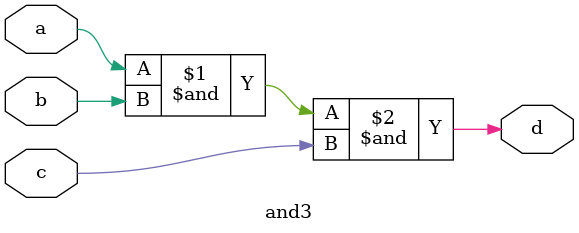
<source format=v>
module and3(a,b,c,d);
	input a,b,c;
	output d;
	assign d = a&b&c;
endmodule

</source>
